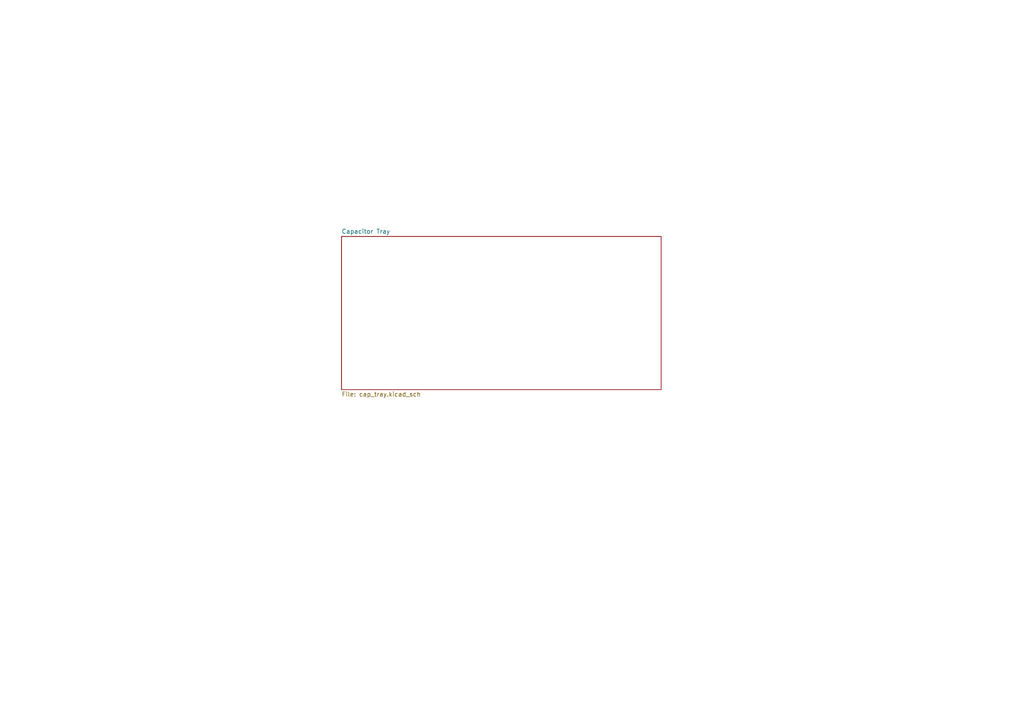
<source format=kicad_sch>
(kicad_sch
	(version 20231120)
	(generator "eeschema")
	(generator_version "8.0")
	(uuid "c716675b-d754-4b87-99eb-660dfcc257fb")
	(paper "A4")
	(lib_symbols)
	(sheet
		(at 99.06 68.58)
		(size 92.71 44.45)
		(fields_autoplaced yes)
		(stroke
			(width 0.1524)
			(type solid)
		)
		(fill
			(color 0 0 0 0.0000)
		)
		(uuid "2e5fdc29-9987-4bb8-9680-bc8369be935d")
		(property "Sheetname" "Capacitor Tray"
			(at 99.06 67.8684 0)
			(effects
				(font
					(size 1.27 1.27)
				)
				(justify left bottom)
			)
		)
		(property "Sheetfile" "cap_tray.kicad_sch"
			(at 99.06 113.6146 0)
			(effects
				(font
					(size 1.27 1.27)
				)
				(justify left top)
			)
		)
		(instances
			(project "Power_Systems_Complete"
				(path "/c716675b-d754-4b87-99eb-660dfcc257fb"
					(page "2")
				)
			)
		)
	)
	(sheet_instances
		(path "/"
			(page "1")
		)
	)
)

</source>
